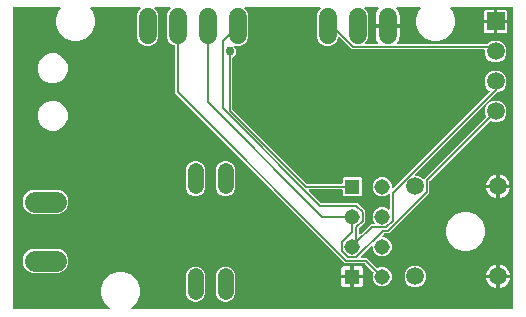
<source format=gbr>
G04 EAGLE Gerber RS-274X export*
G75*
%MOMM*%
%FSLAX34Y34*%
%LPD*%
%INBottom Copper*%
%IPPOS*%
%AMOC8*
5,1,8,0,0,1.08239X$1,22.5*%
G01*
%ADD10R,1.308000X1.308000*%
%ADD11C,1.308000*%
%ADD12C,1.524000*%
%ADD13C,1.320800*%
%ADD14R,1.508000X1.508000*%
%ADD15C,1.508000*%
%ADD16C,1.790700*%
%ADD17C,0.756400*%
%ADD18C,0.152400*%

G36*
X91722Y10172D02*
X91722Y10172D01*
X91794Y10174D01*
X91843Y10192D01*
X91895Y10200D01*
X91958Y10234D01*
X92025Y10259D01*
X92066Y10291D01*
X92112Y10316D01*
X92161Y10368D01*
X92217Y10412D01*
X92245Y10456D01*
X92281Y10494D01*
X92311Y10559D01*
X92350Y10619D01*
X92363Y10670D01*
X92385Y10717D01*
X92393Y10788D01*
X92410Y10858D01*
X92406Y10910D01*
X92412Y10961D01*
X92397Y11032D01*
X92391Y11103D01*
X92371Y11151D01*
X92360Y11202D01*
X92323Y11263D01*
X92295Y11329D01*
X92250Y11385D01*
X92234Y11413D01*
X92216Y11428D01*
X92190Y11460D01*
X87603Y16047D01*
X85089Y22116D01*
X85089Y28684D01*
X87603Y34753D01*
X92247Y39397D01*
X98316Y41911D01*
X104884Y41911D01*
X110953Y39397D01*
X115597Y34753D01*
X118111Y28684D01*
X118111Y22116D01*
X115597Y16047D01*
X111010Y11460D01*
X110968Y11402D01*
X110919Y11350D01*
X110897Y11303D01*
X110866Y11261D01*
X110845Y11192D01*
X110815Y11127D01*
X110809Y11075D01*
X110794Y11025D01*
X110796Y10954D01*
X110788Y10883D01*
X110799Y10832D01*
X110800Y10780D01*
X110825Y10712D01*
X110840Y10642D01*
X110867Y10597D01*
X110885Y10549D01*
X110930Y10493D01*
X110966Y10431D01*
X111006Y10397D01*
X111039Y10357D01*
X111099Y10318D01*
X111153Y10271D01*
X111202Y10252D01*
X111245Y10224D01*
X111315Y10206D01*
X111382Y10179D01*
X111453Y10171D01*
X111484Y10163D01*
X111507Y10165D01*
X111548Y10161D01*
X433378Y10161D01*
X433398Y10164D01*
X433417Y10162D01*
X433519Y10184D01*
X433621Y10200D01*
X433638Y10210D01*
X433658Y10214D01*
X433747Y10267D01*
X433838Y10316D01*
X433852Y10330D01*
X433869Y10340D01*
X433936Y10419D01*
X434008Y10494D01*
X434016Y10512D01*
X434029Y10527D01*
X434068Y10623D01*
X434111Y10717D01*
X434113Y10737D01*
X434121Y10755D01*
X434139Y10922D01*
X434139Y265178D01*
X434136Y265198D01*
X434138Y265217D01*
X434116Y265319D01*
X434100Y265421D01*
X434090Y265438D01*
X434086Y265458D01*
X434033Y265547D01*
X433984Y265638D01*
X433970Y265652D01*
X433960Y265669D01*
X433881Y265736D01*
X433806Y265808D01*
X433788Y265816D01*
X433773Y265829D01*
X433677Y265868D01*
X433583Y265911D01*
X433563Y265913D01*
X433545Y265921D01*
X433378Y265939D01*
X381548Y265939D01*
X381478Y265928D01*
X381406Y265926D01*
X381357Y265908D01*
X381305Y265900D01*
X381242Y265866D01*
X381175Y265841D01*
X381134Y265809D01*
X381088Y265784D01*
X381039Y265732D01*
X380983Y265688D01*
X380955Y265644D01*
X380919Y265606D01*
X380889Y265541D01*
X380850Y265481D01*
X380837Y265430D01*
X380815Y265383D01*
X380807Y265312D01*
X380790Y265242D01*
X380794Y265190D01*
X380788Y265139D01*
X380803Y265068D01*
X380809Y264997D01*
X380829Y264949D01*
X380840Y264898D01*
X380877Y264837D01*
X380905Y264771D01*
X380950Y264715D01*
X380966Y264687D01*
X380984Y264672D01*
X381010Y264640D01*
X382297Y263353D01*
X384811Y257284D01*
X384811Y250716D01*
X382297Y244647D01*
X377653Y240003D01*
X371584Y237489D01*
X365016Y237489D01*
X358947Y240003D01*
X354303Y244647D01*
X351789Y250716D01*
X351789Y257284D01*
X354303Y263353D01*
X355590Y264640D01*
X355632Y264698D01*
X355681Y264750D01*
X355703Y264797D01*
X355734Y264839D01*
X355755Y264908D01*
X355785Y264973D01*
X355791Y265025D01*
X355806Y265075D01*
X355804Y265146D01*
X355812Y265217D01*
X355801Y265268D01*
X355800Y265320D01*
X355775Y265388D01*
X355760Y265458D01*
X355733Y265503D01*
X355715Y265551D01*
X355670Y265607D01*
X355634Y265669D01*
X355594Y265703D01*
X355561Y265743D01*
X355501Y265782D01*
X355447Y265829D01*
X355398Y265848D01*
X355355Y265876D01*
X355285Y265894D01*
X355218Y265921D01*
X355147Y265929D01*
X355116Y265937D01*
X355093Y265935D01*
X355052Y265939D01*
X335738Y265939D01*
X335667Y265928D01*
X335596Y265926D01*
X335547Y265908D01*
X335495Y265900D01*
X335432Y265866D01*
X335365Y265841D01*
X335324Y265809D01*
X335278Y265784D01*
X335229Y265733D01*
X335172Y265688D01*
X335144Y265644D01*
X335108Y265606D01*
X335078Y265541D01*
X335040Y265481D01*
X335027Y265430D01*
X335005Y265383D01*
X334997Y265312D01*
X334979Y265242D01*
X334984Y265190D01*
X334978Y265139D01*
X334993Y265068D01*
X334999Y264997D01*
X335019Y264949D01*
X335030Y264898D01*
X335067Y264837D01*
X335095Y264771D01*
X335140Y264715D01*
X335156Y264687D01*
X335174Y264672D01*
X335200Y264640D01*
X335410Y264429D01*
X336350Y263135D01*
X337076Y261710D01*
X337571Y260189D01*
X337821Y258610D01*
X337821Y251713D01*
X328422Y251713D01*
X328402Y251710D01*
X328383Y251712D01*
X328281Y251690D01*
X328179Y251673D01*
X328162Y251664D01*
X328142Y251660D01*
X328053Y251607D01*
X327962Y251558D01*
X327948Y251544D01*
X327931Y251534D01*
X327864Y251455D01*
X327793Y251380D01*
X327784Y251362D01*
X327771Y251347D01*
X327733Y251251D01*
X327689Y251157D01*
X327687Y251137D01*
X327679Y251119D01*
X327661Y250952D01*
X327661Y249428D01*
X327664Y249408D01*
X327662Y249389D01*
X327684Y249287D01*
X327701Y249185D01*
X327710Y249168D01*
X327714Y249148D01*
X327767Y249059D01*
X327816Y248968D01*
X327830Y248954D01*
X327840Y248937D01*
X327919Y248870D01*
X327994Y248799D01*
X328012Y248790D01*
X328027Y248777D01*
X328123Y248738D01*
X328217Y248695D01*
X328237Y248693D01*
X328255Y248685D01*
X328422Y248667D01*
X337821Y248667D01*
X337821Y241770D01*
X337571Y240191D01*
X337076Y238670D01*
X336350Y237245D01*
X335562Y236159D01*
X335556Y236149D01*
X335548Y236140D01*
X335501Y236040D01*
X335451Y235940D01*
X335450Y235928D01*
X335445Y235917D01*
X335432Y235807D01*
X335417Y235696D01*
X335419Y235684D01*
X335417Y235673D01*
X335441Y235564D01*
X335461Y235454D01*
X335467Y235444D01*
X335470Y235432D01*
X335527Y235337D01*
X335581Y235239D01*
X335590Y235231D01*
X335596Y235221D01*
X335680Y235149D01*
X335763Y235074D01*
X335774Y235069D01*
X335783Y235061D01*
X335887Y235019D01*
X335988Y234975D01*
X336000Y234974D01*
X336011Y234969D01*
X336178Y234951D01*
X412316Y234951D01*
X412406Y234965D01*
X412497Y234973D01*
X412527Y234985D01*
X412559Y234990D01*
X412639Y235033D01*
X412723Y235069D01*
X412755Y235095D01*
X412776Y235106D01*
X412798Y235129D01*
X412854Y235174D01*
X413965Y236285D01*
X417297Y237665D01*
X420903Y237665D01*
X424235Y236285D01*
X426785Y233735D01*
X428165Y230403D01*
X428165Y226797D01*
X426785Y223465D01*
X424235Y220915D01*
X420903Y219535D01*
X417297Y219535D01*
X413965Y220915D01*
X411415Y223465D01*
X410035Y226797D01*
X410035Y229616D01*
X410032Y229636D01*
X410034Y229655D01*
X410012Y229757D01*
X409996Y229859D01*
X409986Y229876D01*
X409982Y229896D01*
X409929Y229985D01*
X409880Y230076D01*
X409866Y230090D01*
X409856Y230107D01*
X409777Y230174D01*
X409702Y230246D01*
X409684Y230254D01*
X409669Y230267D01*
X409573Y230306D01*
X409479Y230349D01*
X409459Y230351D01*
X409441Y230359D01*
X409274Y230377D01*
X297210Y230377D01*
X287054Y240533D01*
X287016Y240560D01*
X286985Y240594D01*
X286917Y240631D01*
X286854Y240677D01*
X286810Y240690D01*
X286770Y240712D01*
X286693Y240726D01*
X286619Y240749D01*
X286573Y240748D01*
X286528Y240756D01*
X286451Y240745D01*
X286373Y240743D01*
X286330Y240727D01*
X286285Y240720D01*
X286215Y240685D01*
X286142Y240658D01*
X286106Y240629D01*
X286065Y240609D01*
X286011Y240553D01*
X285950Y240504D01*
X285925Y240466D01*
X285893Y240433D01*
X285827Y240313D01*
X285817Y240298D01*
X285816Y240293D01*
X285812Y240286D01*
X284613Y237390D01*
X282040Y234817D01*
X278679Y233425D01*
X275041Y233425D01*
X271680Y234817D01*
X269107Y237390D01*
X267715Y240751D01*
X267715Y259629D01*
X269107Y262990D01*
X270757Y264640D01*
X270799Y264698D01*
X270848Y264750D01*
X270870Y264797D01*
X270901Y264839D01*
X270922Y264908D01*
X270952Y264973D01*
X270958Y265025D01*
X270973Y265075D01*
X270971Y265146D01*
X270979Y265217D01*
X270968Y265268D01*
X270967Y265320D01*
X270942Y265388D01*
X270927Y265458D01*
X270900Y265503D01*
X270882Y265551D01*
X270837Y265607D01*
X270801Y265669D01*
X270761Y265703D01*
X270729Y265743D01*
X270668Y265782D01*
X270614Y265829D01*
X270565Y265848D01*
X270522Y265876D01*
X270452Y265894D01*
X270386Y265921D01*
X270314Y265929D01*
X270283Y265937D01*
X270260Y265935D01*
X270219Y265939D01*
X207301Y265939D01*
X207230Y265928D01*
X207159Y265926D01*
X207110Y265908D01*
X207058Y265900D01*
X206995Y265866D01*
X206928Y265841D01*
X206887Y265809D01*
X206841Y265784D01*
X206792Y265732D01*
X206736Y265688D01*
X206707Y265644D01*
X206672Y265606D01*
X206641Y265541D01*
X206603Y265481D01*
X206590Y265430D01*
X206568Y265383D01*
X206560Y265312D01*
X206543Y265242D01*
X206547Y265190D01*
X206541Y265139D01*
X206556Y265068D01*
X206562Y264997D01*
X206582Y264949D01*
X206593Y264898D01*
X206630Y264837D01*
X206658Y264771D01*
X206703Y264715D01*
X206719Y264687D01*
X206737Y264672D01*
X206763Y264640D01*
X208413Y262990D01*
X209805Y259629D01*
X209805Y240751D01*
X208413Y237390D01*
X205840Y234817D01*
X202479Y233425D01*
X198841Y233425D01*
X198735Y233469D01*
X198640Y233491D01*
X198547Y233520D01*
X198521Y233519D01*
X198495Y233525D01*
X198399Y233516D01*
X198301Y233514D01*
X198276Y233505D01*
X198250Y233502D01*
X198161Y233463D01*
X198070Y233429D01*
X198050Y233413D01*
X198026Y233402D01*
X197954Y233336D01*
X197878Y233276D01*
X197864Y233254D01*
X197845Y233236D01*
X197798Y233151D01*
X197745Y233069D01*
X197739Y233043D01*
X197726Y233020D01*
X197709Y232924D01*
X197685Y232830D01*
X197687Y232804D01*
X197682Y232778D01*
X197696Y232682D01*
X197704Y232585D01*
X197714Y232561D01*
X197718Y232535D01*
X197762Y232448D01*
X197800Y232359D01*
X197821Y232333D01*
X197830Y232316D01*
X197853Y232293D01*
X197905Y232228D01*
X199335Y230798D01*
X199335Y226402D01*
X196538Y223605D01*
X196485Y223531D01*
X196425Y223461D01*
X196413Y223431D01*
X196394Y223405D01*
X196367Y223318D01*
X196333Y223233D01*
X196329Y223192D01*
X196322Y223170D01*
X196323Y223138D01*
X196315Y223067D01*
X196315Y179845D01*
X196329Y179755D01*
X196337Y179664D01*
X196349Y179634D01*
X196354Y179602D01*
X196397Y179522D01*
X196433Y179438D01*
X196459Y179406D01*
X196470Y179385D01*
X196493Y179363D01*
X196538Y179307D01*
X259185Y116660D01*
X259259Y116607D01*
X259328Y116547D01*
X259358Y116535D01*
X259385Y116516D01*
X259471Y116489D01*
X259556Y116455D01*
X259597Y116451D01*
X259620Y116444D01*
X259652Y116445D01*
X259723Y116437D01*
X288849Y116437D01*
X288869Y116440D01*
X288888Y116438D01*
X288990Y116460D01*
X289092Y116476D01*
X289109Y116486D01*
X289129Y116490D01*
X289218Y116543D01*
X289309Y116592D01*
X289323Y116606D01*
X289340Y116616D01*
X289407Y116695D01*
X289479Y116770D01*
X289487Y116788D01*
X289500Y116803D01*
X289539Y116899D01*
X289582Y116993D01*
X289584Y117013D01*
X289592Y117031D01*
X289610Y117198D01*
X289610Y121322D01*
X290503Y122215D01*
X304847Y122215D01*
X305740Y121322D01*
X305740Y106978D01*
X304847Y106085D01*
X290503Y106085D01*
X289610Y106978D01*
X289610Y111102D01*
X289607Y111122D01*
X289609Y111141D01*
X289587Y111243D01*
X289571Y111345D01*
X289561Y111362D01*
X289557Y111382D01*
X289504Y111471D01*
X289455Y111562D01*
X289441Y111576D01*
X289431Y111593D01*
X289352Y111660D01*
X289277Y111732D01*
X289259Y111740D01*
X289244Y111753D01*
X289148Y111792D01*
X289054Y111835D01*
X289034Y111837D01*
X289016Y111845D01*
X288849Y111863D01*
X261508Y111863D01*
X261438Y111852D01*
X261366Y111850D01*
X261317Y111832D01*
X261266Y111824D01*
X261202Y111790D01*
X261135Y111765D01*
X261094Y111733D01*
X261048Y111708D01*
X260999Y111656D01*
X260943Y111612D01*
X260915Y111568D01*
X260879Y111530D01*
X260849Y111465D01*
X260810Y111405D01*
X260797Y111354D01*
X260775Y111307D01*
X260767Y111236D01*
X260750Y111166D01*
X260754Y111114D01*
X260748Y111063D01*
X260763Y110992D01*
X260769Y110921D01*
X260789Y110873D01*
X260800Y110822D01*
X260837Y110761D01*
X260865Y110695D01*
X260910Y110639D01*
X260927Y110611D01*
X260944Y110596D01*
X260970Y110564D01*
X271448Y100086D01*
X271522Y100033D01*
X271592Y99973D01*
X271622Y99961D01*
X271648Y99942D01*
X271735Y99915D01*
X271820Y99881D01*
X271861Y99877D01*
X271883Y99870D01*
X271915Y99871D01*
X271987Y99863D01*
X302278Y99863D01*
X308788Y93353D01*
X308788Y84147D01*
X303822Y79181D01*
X303776Y79117D01*
X303761Y79101D01*
X303758Y79094D01*
X303710Y79038D01*
X303697Y79008D01*
X303679Y78982D01*
X303652Y78895D01*
X303618Y78810D01*
X303613Y78769D01*
X303606Y78747D01*
X303607Y78714D01*
X303599Y78643D01*
X303599Y74346D01*
X303611Y74275D01*
X303613Y74204D01*
X303631Y74155D01*
X303639Y74103D01*
X303673Y74040D01*
X303697Y73973D01*
X303730Y73932D01*
X303754Y73886D01*
X303806Y73836D01*
X303851Y73780D01*
X303895Y73752D01*
X303932Y73716D01*
X303997Y73686D01*
X304058Y73647D01*
X304108Y73635D01*
X304155Y73613D01*
X304227Y73605D01*
X304296Y73587D01*
X304348Y73591D01*
X304400Y73586D01*
X304470Y73601D01*
X304541Y73607D01*
X304589Y73627D01*
X304640Y73638D01*
X304702Y73675D01*
X304768Y73703D01*
X304824Y73748D01*
X304851Y73764D01*
X304867Y73782D01*
X304899Y73808D01*
X311739Y80648D01*
X313302Y82211D01*
X316371Y82211D01*
X316442Y82222D01*
X316514Y82224D01*
X316563Y82242D01*
X316614Y82250D01*
X316677Y82284D01*
X316745Y82309D01*
X316785Y82341D01*
X316831Y82366D01*
X316881Y82418D01*
X316937Y82462D01*
X316965Y82506D01*
X317001Y82544D01*
X317031Y82609D01*
X317070Y82669D01*
X317082Y82720D01*
X317104Y82767D01*
X317112Y82838D01*
X317130Y82908D01*
X317126Y82960D01*
X317131Y83011D01*
X317116Y83082D01*
X317111Y83153D01*
X317090Y83201D01*
X317079Y83252D01*
X317042Y83313D01*
X317014Y83379D01*
X316970Y83435D01*
X316953Y83463D01*
X316935Y83478D01*
X316910Y83510D01*
X316238Y84182D01*
X315010Y87146D01*
X315010Y90354D01*
X316238Y93318D01*
X318507Y95587D01*
X321471Y96815D01*
X324679Y96815D01*
X327643Y95587D01*
X328315Y94915D01*
X328373Y94874D01*
X328425Y94824D01*
X328472Y94802D01*
X328514Y94772D01*
X328583Y94751D01*
X328648Y94721D01*
X328700Y94715D01*
X328750Y94700D01*
X328821Y94701D01*
X328892Y94694D01*
X328943Y94705D01*
X328995Y94706D01*
X329063Y94731D01*
X329133Y94746D01*
X329178Y94773D01*
X329226Y94790D01*
X329282Y94835D01*
X329344Y94872D01*
X329378Y94912D01*
X329418Y94944D01*
X329457Y95004D01*
X329504Y95059D01*
X329523Y95107D01*
X329551Y95151D01*
X329569Y95221D01*
X329596Y95287D01*
X329604Y95358D01*
X329612Y95390D01*
X329610Y95413D01*
X329614Y95454D01*
X329614Y107446D01*
X329603Y107517D01*
X329601Y107589D01*
X329583Y107638D01*
X329575Y107689D01*
X329541Y107752D01*
X329516Y107820D01*
X329484Y107860D01*
X329459Y107906D01*
X329407Y107956D01*
X329363Y108012D01*
X329319Y108040D01*
X329281Y108076D01*
X329216Y108106D01*
X329156Y108145D01*
X329105Y108157D01*
X329058Y108179D01*
X328987Y108187D01*
X328917Y108205D01*
X328865Y108201D01*
X328814Y108206D01*
X328743Y108191D01*
X328672Y108186D01*
X328624Y108165D01*
X328573Y108154D01*
X328512Y108117D01*
X328446Y108089D01*
X328390Y108045D01*
X328362Y108028D01*
X328347Y108010D01*
X328315Y107985D01*
X327643Y107313D01*
X324679Y106085D01*
X321471Y106085D01*
X318507Y107313D01*
X316238Y109582D01*
X315010Y112546D01*
X315010Y115754D01*
X316238Y118718D01*
X318507Y120987D01*
X321471Y122215D01*
X324679Y122215D01*
X327643Y120987D01*
X329912Y118718D01*
X331140Y115754D01*
X331140Y113408D01*
X331151Y113337D01*
X331153Y113265D01*
X331171Y113216D01*
X331179Y113165D01*
X331213Y113101D01*
X331238Y113034D01*
X331270Y112993D01*
X331295Y112947D01*
X331347Y112898D01*
X331391Y112842D01*
X331435Y112814D01*
X331473Y112778D01*
X331538Y112748D01*
X331598Y112709D01*
X331649Y112696D01*
X331696Y112674D01*
X331767Y112666D01*
X331837Y112649D01*
X331889Y112653D01*
X331940Y112647D01*
X332011Y112663D01*
X332082Y112668D01*
X332130Y112688D01*
X332181Y112700D01*
X332242Y112736D01*
X332308Y112764D01*
X332364Y112809D01*
X332392Y112826D01*
X332407Y112844D01*
X332439Y112869D01*
X413987Y194417D01*
X413999Y194433D01*
X414014Y194446D01*
X414070Y194533D01*
X414131Y194617D01*
X414136Y194636D01*
X414147Y194653D01*
X414172Y194753D01*
X414203Y194852D01*
X414202Y194872D01*
X414207Y194891D01*
X414199Y194994D01*
X414197Y195098D01*
X414190Y195116D01*
X414188Y195136D01*
X414148Y195231D01*
X414112Y195329D01*
X414100Y195344D01*
X414092Y195363D01*
X413987Y195494D01*
X411415Y198065D01*
X410035Y201397D01*
X410035Y205003D01*
X411415Y208335D01*
X413965Y210885D01*
X417297Y212265D01*
X420903Y212265D01*
X424235Y210885D01*
X426785Y208335D01*
X428165Y205003D01*
X428165Y201397D01*
X426785Y198065D01*
X424235Y195515D01*
X420903Y194135D01*
X420488Y194135D01*
X420398Y194121D01*
X420307Y194113D01*
X420278Y194101D01*
X420246Y194096D01*
X420165Y194053D01*
X420081Y194017D01*
X420049Y193991D01*
X420028Y193980D01*
X420006Y193957D01*
X419950Y193912D01*
X350702Y124664D01*
X350660Y124606D01*
X350611Y124554D01*
X350589Y124507D01*
X350559Y124465D01*
X350538Y124396D01*
X350507Y124331D01*
X350502Y124279D01*
X350486Y124229D01*
X350488Y124158D01*
X350480Y124087D01*
X350491Y124036D01*
X350493Y123984D01*
X350517Y123916D01*
X350532Y123846D01*
X350559Y123801D01*
X350577Y123753D01*
X350622Y123697D01*
X350659Y123635D01*
X350698Y123601D01*
X350731Y123561D01*
X350791Y123522D01*
X350846Y123475D01*
X350894Y123456D01*
X350938Y123428D01*
X351007Y123410D01*
X351074Y123383D01*
X351145Y123375D01*
X351176Y123367D01*
X351199Y123369D01*
X351240Y123365D01*
X352803Y123365D01*
X356135Y121985D01*
X357554Y120565D01*
X357571Y120553D01*
X357583Y120538D01*
X357670Y120482D01*
X357754Y120421D01*
X357773Y120416D01*
X357790Y120405D01*
X357890Y120380D01*
X357989Y120349D01*
X358009Y120350D01*
X358029Y120345D01*
X358132Y120353D01*
X358235Y120355D01*
X358254Y120362D01*
X358274Y120364D01*
X358369Y120404D01*
X358466Y120440D01*
X358482Y120452D01*
X358500Y120460D01*
X358631Y120565D01*
X360102Y122036D01*
X410855Y172789D01*
X410923Y172883D01*
X410993Y172978D01*
X410995Y172984D01*
X410999Y172989D01*
X411033Y173100D01*
X411069Y173212D01*
X411069Y173218D01*
X411071Y173224D01*
X411068Y173341D01*
X411067Y173458D01*
X411065Y173465D01*
X411065Y173470D01*
X411058Y173487D01*
X411020Y173619D01*
X410035Y175997D01*
X410035Y179603D01*
X411415Y182935D01*
X413965Y185485D01*
X417297Y186865D01*
X420903Y186865D01*
X424235Y185485D01*
X426785Y182935D01*
X428165Y179603D01*
X428165Y175997D01*
X426785Y172665D01*
X424235Y170115D01*
X420903Y168735D01*
X417297Y168735D01*
X414919Y169720D01*
X414805Y169747D01*
X414692Y169776D01*
X414685Y169775D01*
X414679Y169776D01*
X414563Y169765D01*
X414446Y169756D01*
X414441Y169754D01*
X414434Y169753D01*
X414327Y169706D01*
X414220Y169660D01*
X414214Y169655D01*
X414210Y169653D01*
X414196Y169641D01*
X414089Y169555D01*
X363336Y118802D01*
X363283Y118728D01*
X363270Y118714D01*
X363244Y118686D01*
X363241Y118680D01*
X363223Y118658D01*
X363211Y118628D01*
X363192Y118602D01*
X363166Y118518D01*
X363141Y118463D01*
X363139Y118451D01*
X363131Y118430D01*
X363127Y118389D01*
X363120Y118367D01*
X363121Y118335D01*
X363113Y118263D01*
X363113Y108761D01*
X328941Y74589D01*
X324945Y74589D01*
X324855Y74575D01*
X324764Y74567D01*
X324735Y74555D01*
X324703Y74550D01*
X324622Y74507D01*
X324538Y74471D01*
X324506Y74445D01*
X324485Y74434D01*
X324463Y74411D01*
X324407Y74366D01*
X322755Y72714D01*
X322713Y72656D01*
X322664Y72604D01*
X322642Y72557D01*
X322612Y72515D01*
X322590Y72446D01*
X322560Y72381D01*
X322554Y72329D01*
X322539Y72279D01*
X322541Y72208D01*
X322533Y72137D01*
X322544Y72086D01*
X322546Y72034D01*
X322570Y71966D01*
X322585Y71896D01*
X322612Y71851D01*
X322630Y71803D01*
X322675Y71747D01*
X322712Y71685D01*
X322751Y71651D01*
X322784Y71611D01*
X322844Y71572D01*
X322898Y71525D01*
X322947Y71506D01*
X322991Y71478D01*
X323060Y71460D01*
X323127Y71433D01*
X323198Y71425D01*
X323229Y71417D01*
X323252Y71419D01*
X323293Y71415D01*
X324679Y71415D01*
X327643Y70187D01*
X329912Y67918D01*
X331140Y64954D01*
X331140Y61746D01*
X329912Y58782D01*
X327643Y56513D01*
X324679Y55285D01*
X321471Y55285D01*
X318507Y56513D01*
X316238Y58782D01*
X315010Y61746D01*
X315010Y63132D01*
X314999Y63202D01*
X314997Y63274D01*
X314979Y63323D01*
X314971Y63374D01*
X314937Y63438D01*
X314912Y63505D01*
X314880Y63546D01*
X314855Y63592D01*
X314804Y63641D01*
X314759Y63697D01*
X314715Y63725D01*
X314677Y63761D01*
X314612Y63791D01*
X314552Y63830D01*
X314501Y63843D01*
X314454Y63865D01*
X314383Y63873D01*
X314313Y63890D01*
X314261Y63886D01*
X314210Y63892D01*
X314139Y63877D01*
X314068Y63871D01*
X314020Y63851D01*
X313969Y63840D01*
X313908Y63803D01*
X313842Y63775D01*
X313786Y63730D01*
X313758Y63713D01*
X313743Y63696D01*
X313711Y63670D01*
X305103Y55062D01*
X305061Y55004D01*
X305012Y54952D01*
X304990Y54905D01*
X304960Y54863D01*
X304938Y54794D01*
X304908Y54729D01*
X304902Y54677D01*
X304887Y54627D01*
X304889Y54556D01*
X304881Y54485D01*
X304892Y54434D01*
X304894Y54382D01*
X304918Y54314D01*
X304933Y54244D01*
X304960Y54200D01*
X304978Y54151D01*
X305023Y54095D01*
X305060Y54033D01*
X305099Y53999D01*
X305132Y53959D01*
X305192Y53920D01*
X305246Y53873D01*
X305295Y53854D01*
X305339Y53826D01*
X305408Y53808D01*
X305475Y53781D01*
X305546Y53773D01*
X305577Y53765D01*
X305600Y53767D01*
X305641Y53763D01*
X310496Y53763D01*
X312059Y52200D01*
X318830Y45429D01*
X318925Y45361D01*
X319018Y45291D01*
X319024Y45289D01*
X319029Y45286D01*
X319141Y45251D01*
X319252Y45215D01*
X319258Y45215D01*
X319264Y45213D01*
X319381Y45216D01*
X319498Y45218D01*
X319505Y45220D01*
X319510Y45220D01*
X319528Y45226D01*
X319659Y45264D01*
X321471Y46015D01*
X324679Y46015D01*
X327643Y44787D01*
X329912Y42518D01*
X331140Y39554D01*
X331140Y36346D01*
X329912Y33382D01*
X327643Y31113D01*
X324679Y29885D01*
X321471Y29885D01*
X318507Y31113D01*
X316238Y33382D01*
X315010Y36346D01*
X315010Y39554D01*
X315761Y41366D01*
X315787Y41480D01*
X315816Y41593D01*
X315815Y41599D01*
X315817Y41605D01*
X315806Y41722D01*
X315797Y41838D01*
X315794Y41844D01*
X315794Y41850D01*
X315746Y41958D01*
X315700Y42064D01*
X315696Y42070D01*
X315694Y42075D01*
X315681Y42089D01*
X315596Y42195D01*
X308825Y48966D01*
X308751Y49019D01*
X308681Y49079D01*
X308651Y49091D01*
X308625Y49110D01*
X308538Y49137D01*
X308453Y49171D01*
X308412Y49175D01*
X308390Y49182D01*
X308358Y49181D01*
X308286Y49189D01*
X291809Y49189D01*
X147573Y193425D01*
X147573Y233110D01*
X147554Y233225D01*
X147537Y233341D01*
X147535Y233347D01*
X147534Y233353D01*
X147479Y233456D01*
X147426Y233561D01*
X147421Y233565D01*
X147418Y233570D01*
X147334Y233650D01*
X147250Y233733D01*
X147244Y233736D01*
X147240Y233740D01*
X147223Y233748D01*
X147103Y233814D01*
X144680Y234817D01*
X142107Y237390D01*
X140715Y240751D01*
X140715Y259629D01*
X142107Y262990D01*
X143757Y264640D01*
X143799Y264698D01*
X143848Y264750D01*
X143870Y264797D01*
X143901Y264839D01*
X143922Y264908D01*
X143952Y264973D01*
X143958Y265025D01*
X143973Y265075D01*
X143971Y265146D01*
X143979Y265217D01*
X143968Y265268D01*
X143967Y265320D01*
X143942Y265388D01*
X143927Y265458D01*
X143900Y265503D01*
X143882Y265551D01*
X143837Y265607D01*
X143801Y265669D01*
X143761Y265703D01*
X143729Y265743D01*
X143668Y265782D01*
X143614Y265829D01*
X143565Y265848D01*
X143522Y265876D01*
X143452Y265894D01*
X143386Y265921D01*
X143314Y265929D01*
X143283Y265937D01*
X143260Y265935D01*
X143219Y265939D01*
X131101Y265939D01*
X131030Y265928D01*
X130959Y265926D01*
X130910Y265908D01*
X130858Y265900D01*
X130795Y265866D01*
X130728Y265841D01*
X130687Y265809D01*
X130641Y265784D01*
X130592Y265732D01*
X130536Y265688D01*
X130507Y265644D01*
X130472Y265606D01*
X130441Y265541D01*
X130403Y265481D01*
X130390Y265430D01*
X130368Y265383D01*
X130360Y265312D01*
X130343Y265242D01*
X130347Y265190D01*
X130341Y265139D01*
X130356Y265068D01*
X130362Y264997D01*
X130382Y264949D01*
X130393Y264898D01*
X130430Y264837D01*
X130458Y264771D01*
X130503Y264715D01*
X130519Y264687D01*
X130537Y264672D01*
X130563Y264640D01*
X132213Y262990D01*
X133605Y259629D01*
X133605Y240751D01*
X132213Y237390D01*
X129640Y234817D01*
X126279Y233425D01*
X122641Y233425D01*
X119280Y234817D01*
X116707Y237390D01*
X115315Y240751D01*
X115315Y259629D01*
X116707Y262990D01*
X118357Y264640D01*
X118399Y264698D01*
X118448Y264750D01*
X118470Y264797D01*
X118501Y264839D01*
X118522Y264908D01*
X118552Y264973D01*
X118558Y265025D01*
X118573Y265075D01*
X118571Y265146D01*
X118579Y265217D01*
X118568Y265268D01*
X118567Y265320D01*
X118542Y265388D01*
X118527Y265458D01*
X118500Y265503D01*
X118482Y265551D01*
X118437Y265607D01*
X118401Y265669D01*
X118361Y265703D01*
X118329Y265743D01*
X118268Y265782D01*
X118214Y265829D01*
X118165Y265848D01*
X118122Y265876D01*
X118052Y265894D01*
X117986Y265921D01*
X117914Y265929D01*
X117883Y265937D01*
X117860Y265935D01*
X117819Y265939D01*
X76748Y265939D01*
X76678Y265928D01*
X76606Y265926D01*
X76557Y265908D01*
X76505Y265900D01*
X76442Y265866D01*
X76375Y265841D01*
X76334Y265809D01*
X76288Y265784D01*
X76239Y265732D01*
X76183Y265688D01*
X76155Y265644D01*
X76119Y265606D01*
X76089Y265541D01*
X76050Y265481D01*
X76037Y265430D01*
X76015Y265383D01*
X76007Y265312D01*
X75990Y265242D01*
X75994Y265190D01*
X75988Y265139D01*
X76003Y265068D01*
X76009Y264997D01*
X76029Y264949D01*
X76040Y264898D01*
X76077Y264837D01*
X76105Y264771D01*
X76150Y264715D01*
X76166Y264687D01*
X76184Y264672D01*
X76210Y264640D01*
X77497Y263353D01*
X80011Y257284D01*
X80011Y250716D01*
X77497Y244647D01*
X72853Y240003D01*
X66784Y237489D01*
X60216Y237489D01*
X54147Y240003D01*
X49503Y244647D01*
X46989Y250716D01*
X46989Y257284D01*
X49503Y263353D01*
X50790Y264640D01*
X50832Y264698D01*
X50881Y264750D01*
X50903Y264797D01*
X50934Y264839D01*
X50955Y264908D01*
X50985Y264973D01*
X50991Y265025D01*
X51006Y265075D01*
X51004Y265146D01*
X51012Y265217D01*
X51001Y265268D01*
X51000Y265320D01*
X50975Y265388D01*
X50960Y265458D01*
X50933Y265503D01*
X50915Y265551D01*
X50870Y265607D01*
X50834Y265669D01*
X50794Y265703D01*
X50761Y265743D01*
X50701Y265782D01*
X50647Y265829D01*
X50598Y265848D01*
X50555Y265876D01*
X50485Y265894D01*
X50418Y265921D01*
X50347Y265929D01*
X50316Y265937D01*
X50293Y265935D01*
X50252Y265939D01*
X10922Y265939D01*
X10902Y265936D01*
X10883Y265938D01*
X10781Y265916D01*
X10679Y265900D01*
X10662Y265890D01*
X10642Y265886D01*
X10553Y265833D01*
X10462Y265784D01*
X10448Y265770D01*
X10431Y265760D01*
X10364Y265681D01*
X10292Y265606D01*
X10284Y265588D01*
X10271Y265573D01*
X10232Y265477D01*
X10189Y265383D01*
X10187Y265363D01*
X10179Y265345D01*
X10161Y265178D01*
X10161Y10922D01*
X10164Y10902D01*
X10162Y10883D01*
X10184Y10781D01*
X10200Y10679D01*
X10210Y10662D01*
X10214Y10642D01*
X10267Y10553D01*
X10316Y10462D01*
X10330Y10448D01*
X10340Y10431D01*
X10419Y10364D01*
X10494Y10292D01*
X10512Y10284D01*
X10527Y10271D01*
X10623Y10232D01*
X10717Y10189D01*
X10737Y10187D01*
X10755Y10179D01*
X10922Y10161D01*
X91652Y10161D01*
X91722Y10172D01*
G37*
%LPC*%
G36*
X390416Y59689D02*
X390416Y59689D01*
X384347Y62203D01*
X379703Y66847D01*
X377189Y72916D01*
X377189Y79484D01*
X379703Y85553D01*
X384347Y90197D01*
X390416Y92711D01*
X396984Y92711D01*
X403053Y90197D01*
X407697Y85553D01*
X410211Y79484D01*
X410211Y72916D01*
X407697Y66847D01*
X403053Y62203D01*
X396984Y59689D01*
X390416Y59689D01*
G37*
%LPD*%
%LPC*%
G36*
X27062Y90722D02*
X27062Y90722D01*
X23211Y92317D01*
X20263Y95265D01*
X18668Y99116D01*
X18668Y103284D01*
X20263Y107135D01*
X23211Y110083D01*
X27062Y111678D01*
X49138Y111678D01*
X52989Y110083D01*
X55937Y107135D01*
X57532Y103284D01*
X57532Y99116D01*
X55937Y95265D01*
X52989Y92317D01*
X49138Y90722D01*
X27062Y90722D01*
G37*
%LPD*%
%LPC*%
G36*
X27062Y40722D02*
X27062Y40722D01*
X23211Y42317D01*
X20263Y45265D01*
X18668Y49116D01*
X18668Y53284D01*
X20263Y57135D01*
X23211Y60083D01*
X27062Y61678D01*
X49138Y61678D01*
X52989Y60083D01*
X55937Y57135D01*
X57532Y53284D01*
X57532Y49116D01*
X55937Y45265D01*
X52989Y42317D01*
X49138Y40722D01*
X27062Y40722D01*
G37*
%LPD*%
%LPC*%
G36*
X41552Y201649D02*
X41552Y201649D01*
X36898Y203577D01*
X33337Y207138D01*
X31409Y211792D01*
X31409Y216828D01*
X33337Y221482D01*
X36898Y225043D01*
X41552Y226971D01*
X46588Y226971D01*
X51242Y225043D01*
X54803Y221482D01*
X56731Y216828D01*
X56731Y211792D01*
X54803Y207138D01*
X51242Y203577D01*
X46588Y201649D01*
X41552Y201649D01*
G37*
%LPD*%
%LPC*%
G36*
X41552Y161649D02*
X41552Y161649D01*
X36898Y163577D01*
X33337Y167138D01*
X31409Y171792D01*
X31409Y176828D01*
X33337Y181482D01*
X36898Y185043D01*
X41552Y186971D01*
X46588Y186971D01*
X51242Y185043D01*
X54803Y181482D01*
X56731Y176828D01*
X56731Y171792D01*
X54803Y167138D01*
X51242Y163577D01*
X46588Y161649D01*
X41552Y161649D01*
G37*
%LPD*%
%LPC*%
G36*
X188883Y16763D02*
X188883Y16763D01*
X185895Y18001D01*
X183609Y20287D01*
X182371Y23275D01*
X182371Y39717D01*
X183609Y42705D01*
X185895Y44991D01*
X188883Y46229D01*
X192117Y46229D01*
X195105Y44991D01*
X197391Y42705D01*
X198629Y39717D01*
X198629Y23275D01*
X197391Y20287D01*
X195105Y18001D01*
X192117Y16763D01*
X188883Y16763D01*
G37*
%LPD*%
%LPC*%
G36*
X163483Y16763D02*
X163483Y16763D01*
X160495Y18001D01*
X158209Y20287D01*
X156971Y23275D01*
X156971Y39717D01*
X158209Y42705D01*
X160495Y44991D01*
X163483Y46229D01*
X166717Y46229D01*
X169705Y44991D01*
X171991Y42705D01*
X173229Y39717D01*
X173229Y23275D01*
X171991Y20287D01*
X169705Y18001D01*
X166717Y16763D01*
X163483Y16763D01*
G37*
%LPD*%
%LPC*%
G36*
X163483Y106171D02*
X163483Y106171D01*
X160495Y107409D01*
X158209Y109695D01*
X156971Y112683D01*
X156971Y129125D01*
X158209Y132113D01*
X160495Y134399D01*
X163483Y135637D01*
X166717Y135637D01*
X169705Y134399D01*
X171991Y132113D01*
X173229Y129125D01*
X173229Y112683D01*
X171991Y109695D01*
X169705Y107409D01*
X166717Y106171D01*
X163483Y106171D01*
G37*
%LPD*%
%LPC*%
G36*
X188883Y106171D02*
X188883Y106171D01*
X185895Y107409D01*
X183609Y109695D01*
X182371Y112683D01*
X182371Y129125D01*
X183609Y132113D01*
X185895Y134399D01*
X188883Y135637D01*
X192117Y135637D01*
X195105Y134399D01*
X197391Y132113D01*
X198629Y129125D01*
X198629Y112683D01*
X197391Y109695D01*
X195105Y107409D01*
X192117Y106171D01*
X188883Y106171D01*
G37*
%LPD*%
%LPC*%
G36*
X349357Y29035D02*
X349357Y29035D01*
X346025Y30415D01*
X343475Y32965D01*
X342095Y36297D01*
X342095Y39903D01*
X343475Y43235D01*
X346025Y45785D01*
X349357Y47165D01*
X352963Y47165D01*
X356295Y45785D01*
X358845Y43235D01*
X360225Y39903D01*
X360225Y36297D01*
X358845Y32965D01*
X356295Y30415D01*
X352963Y29035D01*
X349357Y29035D01*
G37*
%LPD*%
G36*
X319154Y234953D02*
X319154Y234953D01*
X319166Y234951D01*
X319275Y234973D01*
X319385Y234990D01*
X319396Y234996D01*
X319407Y234998D01*
X319505Y235054D01*
X319602Y235106D01*
X319611Y235114D01*
X319621Y235120D01*
X319695Y235203D01*
X319772Y235284D01*
X319777Y235295D01*
X319785Y235304D01*
X319829Y235406D01*
X319875Y235507D01*
X319877Y235519D01*
X319881Y235530D01*
X319890Y235641D01*
X319903Y235751D01*
X319900Y235763D01*
X319901Y235775D01*
X319874Y235883D01*
X319850Y235992D01*
X319844Y236002D01*
X319841Y236014D01*
X319758Y236159D01*
X318970Y237245D01*
X318244Y238670D01*
X317749Y240191D01*
X317499Y241770D01*
X317499Y248667D01*
X326898Y248667D01*
X326918Y248670D01*
X326937Y248668D01*
X327039Y248690D01*
X327141Y248707D01*
X327158Y248716D01*
X327178Y248720D01*
X327267Y248773D01*
X327358Y248822D01*
X327372Y248836D01*
X327389Y248846D01*
X327456Y248925D01*
X327527Y249000D01*
X327536Y249018D01*
X327549Y249033D01*
X327587Y249129D01*
X327631Y249223D01*
X327633Y249243D01*
X327641Y249261D01*
X327659Y249428D01*
X327659Y250952D01*
X327656Y250972D01*
X327658Y250991D01*
X327636Y251093D01*
X327619Y251195D01*
X327610Y251212D01*
X327606Y251232D01*
X327553Y251321D01*
X327504Y251412D01*
X327490Y251426D01*
X327480Y251443D01*
X327401Y251510D01*
X327326Y251581D01*
X327308Y251590D01*
X327293Y251603D01*
X327197Y251642D01*
X327103Y251685D01*
X327083Y251687D01*
X327065Y251695D01*
X326898Y251713D01*
X317499Y251713D01*
X317499Y258610D01*
X317749Y260189D01*
X318244Y261710D01*
X318970Y263135D01*
X319910Y264429D01*
X320120Y264640D01*
X320162Y264698D01*
X320212Y264750D01*
X320233Y264797D01*
X320264Y264839D01*
X320285Y264908D01*
X320315Y264973D01*
X320321Y265025D01*
X320336Y265075D01*
X320334Y265146D01*
X320342Y265217D01*
X320331Y265268D01*
X320330Y265320D01*
X320305Y265388D01*
X320290Y265458D01*
X320263Y265503D01*
X320245Y265551D01*
X320201Y265607D01*
X320164Y265669D01*
X320124Y265703D01*
X320092Y265743D01*
X320031Y265782D01*
X319977Y265829D01*
X319929Y265848D01*
X319885Y265876D01*
X319815Y265894D01*
X319749Y265921D01*
X319677Y265929D01*
X319646Y265937D01*
X319623Y265935D01*
X319582Y265939D01*
X308901Y265939D01*
X308830Y265928D01*
X308759Y265926D01*
X308710Y265908D01*
X308658Y265900D01*
X308595Y265866D01*
X308528Y265841D01*
X308487Y265809D01*
X308441Y265784D01*
X308392Y265732D01*
X308336Y265688D01*
X308307Y265644D01*
X308272Y265606D01*
X308241Y265541D01*
X308203Y265481D01*
X308190Y265430D01*
X308168Y265383D01*
X308160Y265312D01*
X308143Y265242D01*
X308147Y265190D01*
X308141Y265139D01*
X308156Y265068D01*
X308162Y264997D01*
X308182Y264949D01*
X308193Y264898D01*
X308230Y264837D01*
X308258Y264771D01*
X308303Y264715D01*
X308319Y264687D01*
X308337Y264672D01*
X308363Y264640D01*
X310013Y262990D01*
X311405Y259629D01*
X311405Y240751D01*
X310013Y237390D01*
X308873Y236250D01*
X308831Y236192D01*
X308782Y236140D01*
X308760Y236093D01*
X308729Y236051D01*
X308708Y235982D01*
X308678Y235917D01*
X308672Y235865D01*
X308657Y235815D01*
X308659Y235744D01*
X308651Y235673D01*
X308662Y235622D01*
X308663Y235570D01*
X308688Y235502D01*
X308703Y235432D01*
X308730Y235387D01*
X308748Y235339D01*
X308793Y235283D01*
X308829Y235221D01*
X308869Y235187D01*
X308901Y235147D01*
X308962Y235108D01*
X309016Y235061D01*
X309065Y235042D01*
X309108Y235014D01*
X309178Y234996D01*
X309244Y234969D01*
X309316Y234961D01*
X309347Y234953D01*
X309370Y234955D01*
X309411Y234951D01*
X319142Y234951D01*
X319154Y234953D01*
G37*
%LPC*%
G36*
X420623Y255523D02*
X420623Y255523D01*
X420623Y264081D01*
X426974Y264081D01*
X427621Y263908D01*
X428200Y263573D01*
X428673Y263100D01*
X429008Y262521D01*
X429181Y261874D01*
X429181Y255523D01*
X420623Y255523D01*
G37*
%LPD*%
%LPC*%
G36*
X409019Y255523D02*
X409019Y255523D01*
X409019Y261874D01*
X409192Y262521D01*
X409527Y263100D01*
X410000Y263573D01*
X410579Y263908D01*
X411226Y264081D01*
X417577Y264081D01*
X417577Y255523D01*
X409019Y255523D01*
G37*
%LPD*%
%LPC*%
G36*
X420623Y243919D02*
X420623Y243919D01*
X420623Y252477D01*
X429181Y252477D01*
X429181Y246126D01*
X429008Y245479D01*
X428673Y244900D01*
X428200Y244427D01*
X427621Y244092D01*
X426974Y243919D01*
X420623Y243919D01*
G37*
%LPD*%
%LPC*%
G36*
X411226Y243919D02*
X411226Y243919D01*
X410579Y244092D01*
X410000Y244427D01*
X409527Y244900D01*
X409192Y245479D01*
X409019Y246126D01*
X409019Y252477D01*
X417577Y252477D01*
X417577Y243919D01*
X411226Y243919D01*
G37*
%LPD*%
%LPC*%
G36*
X299198Y39473D02*
X299198Y39473D01*
X299198Y47031D01*
X304549Y47031D01*
X305196Y46858D01*
X305775Y46523D01*
X306248Y46050D01*
X306583Y45471D01*
X306756Y44824D01*
X306756Y39473D01*
X299198Y39473D01*
G37*
%LPD*%
%LPC*%
G36*
X288594Y39473D02*
X288594Y39473D01*
X288594Y44824D01*
X288767Y45471D01*
X289102Y46050D01*
X289575Y46523D01*
X290154Y46858D01*
X290801Y47031D01*
X296152Y47031D01*
X296152Y39473D01*
X288594Y39473D01*
G37*
%LPD*%
%LPC*%
G36*
X299198Y28869D02*
X299198Y28869D01*
X299198Y36427D01*
X306756Y36427D01*
X306756Y31076D01*
X306583Y30429D01*
X306248Y29850D01*
X305775Y29377D01*
X305196Y29042D01*
X304549Y28869D01*
X299198Y28869D01*
G37*
%LPD*%
%LPC*%
G36*
X290801Y28869D02*
X290801Y28869D01*
X290154Y29042D01*
X289575Y29377D01*
X289102Y29850D01*
X288767Y30429D01*
X288594Y31076D01*
X288594Y36427D01*
X296152Y36427D01*
X296152Y28869D01*
X290801Y28869D01*
G37*
%LPD*%
%LPC*%
G36*
X422683Y39623D02*
X422683Y39623D01*
X422683Y48065D01*
X423521Y47933D01*
X425030Y47442D01*
X426443Y46722D01*
X427727Y45789D01*
X428849Y44667D01*
X429782Y43383D01*
X430502Y41970D01*
X430993Y40461D01*
X431125Y39623D01*
X422683Y39623D01*
G37*
%LPD*%
%LPC*%
G36*
X422523Y115823D02*
X422523Y115823D01*
X422523Y124265D01*
X423361Y124133D01*
X424870Y123642D01*
X426283Y122922D01*
X427567Y121989D01*
X428689Y120867D01*
X429622Y119583D01*
X430342Y118170D01*
X430833Y116661D01*
X430965Y115823D01*
X422523Y115823D01*
G37*
%LPD*%
%LPC*%
G36*
X411035Y115823D02*
X411035Y115823D01*
X411167Y116661D01*
X411658Y118170D01*
X412378Y119583D01*
X413311Y120867D01*
X414433Y121989D01*
X415717Y122922D01*
X417130Y123642D01*
X418639Y124133D01*
X419477Y124265D01*
X419477Y115823D01*
X411035Y115823D01*
G37*
%LPD*%
%LPC*%
G36*
X422683Y36577D02*
X422683Y36577D01*
X431125Y36577D01*
X430993Y35739D01*
X430502Y34230D01*
X429782Y32817D01*
X428849Y31533D01*
X427727Y30411D01*
X426443Y29478D01*
X425030Y28758D01*
X423521Y28267D01*
X422683Y28135D01*
X422683Y36577D01*
G37*
%LPD*%
%LPC*%
G36*
X422523Y112777D02*
X422523Y112777D01*
X430965Y112777D01*
X430833Y111939D01*
X430342Y110430D01*
X429622Y109017D01*
X428689Y107733D01*
X427567Y106611D01*
X426283Y105678D01*
X424870Y104958D01*
X423361Y104467D01*
X422523Y104335D01*
X422523Y112777D01*
G37*
%LPD*%
%LPC*%
G36*
X411195Y39623D02*
X411195Y39623D01*
X411327Y40461D01*
X411818Y41970D01*
X412538Y43383D01*
X413471Y44667D01*
X414593Y45789D01*
X415877Y46722D01*
X417290Y47442D01*
X418799Y47933D01*
X419637Y48065D01*
X419637Y39623D01*
X411195Y39623D01*
G37*
%LPD*%
%LPC*%
G36*
X418639Y104467D02*
X418639Y104467D01*
X417130Y104958D01*
X415717Y105678D01*
X414433Y106611D01*
X413311Y107733D01*
X412378Y109017D01*
X411658Y110430D01*
X411167Y111939D01*
X411035Y112777D01*
X419477Y112777D01*
X419477Y104335D01*
X418639Y104467D01*
G37*
%LPD*%
%LPC*%
G36*
X418799Y28267D02*
X418799Y28267D01*
X417290Y28758D01*
X415877Y29478D01*
X414593Y30411D01*
X413471Y31533D01*
X412538Y32817D01*
X411818Y34230D01*
X411327Y35739D01*
X411195Y36577D01*
X419637Y36577D01*
X419637Y28135D01*
X418799Y28267D01*
G37*
%LPD*%
%LPC*%
G36*
X297674Y37949D02*
X297674Y37949D01*
X297674Y37951D01*
X297676Y37951D01*
X297676Y37949D01*
X297674Y37949D01*
G37*
%LPD*%
%LPC*%
G36*
X421159Y38099D02*
X421159Y38099D01*
X421159Y38101D01*
X421161Y38101D01*
X421161Y38099D01*
X421159Y38099D01*
G37*
%LPD*%
%LPC*%
G36*
X419099Y253999D02*
X419099Y253999D01*
X419099Y254001D01*
X419101Y254001D01*
X419101Y253999D01*
X419099Y253999D01*
G37*
%LPD*%
%LPC*%
G36*
X420999Y114299D02*
X420999Y114299D01*
X420999Y114301D01*
X421001Y114301D01*
X421001Y114299D01*
X420999Y114299D01*
G37*
%LPD*%
D10*
X297675Y37950D03*
X297675Y114150D03*
D11*
X297675Y63350D03*
X297675Y88750D03*
X323075Y88750D03*
X323075Y63350D03*
X323075Y37950D03*
X323075Y114150D03*
D12*
X276860Y242570D02*
X276860Y257810D01*
X302260Y257810D02*
X302260Y242570D01*
X327660Y242570D02*
X327660Y257810D01*
D13*
X165100Y38100D02*
X165100Y24892D01*
X190500Y24892D02*
X190500Y38100D01*
X190500Y114300D02*
X190500Y127508D01*
X165100Y127508D02*
X165100Y114300D01*
D14*
X419100Y254000D03*
D15*
X419100Y228600D03*
X419100Y203200D03*
X419100Y177800D03*
X421160Y38100D03*
X351160Y38100D03*
X351000Y114300D03*
X421000Y114300D03*
D16*
X47054Y51200D02*
X29147Y51200D01*
X29147Y101200D02*
X47054Y101200D01*
D12*
X124460Y242570D02*
X124460Y257810D01*
X149860Y257810D02*
X149860Y242570D01*
X175260Y242570D02*
X175260Y257810D01*
X200660Y257810D02*
X200660Y242570D01*
D17*
X88900Y215900D03*
X101600Y215900D03*
X88900Y190500D03*
X101600Y190500D03*
D18*
X276860Y250190D02*
X280631Y250190D01*
X298157Y232664D01*
X415036Y232664D02*
X419100Y228600D01*
X415036Y232664D02*
X298157Y232664D01*
X301331Y54524D02*
X294019Y54524D01*
X288849Y59694D01*
X288849Y67006D01*
X360826Y119526D02*
X419100Y177800D01*
X327993Y76876D02*
X323683Y76876D01*
X301331Y54524D01*
X360826Y109709D02*
X360826Y119526D01*
X360826Y109709D02*
X327993Y76876D01*
X297675Y75832D02*
X288849Y67006D01*
X297675Y75832D02*
X297675Y88750D01*
X272275Y88750D01*
X175260Y185765D01*
X175260Y250190D01*
X331901Y85094D02*
X326731Y79924D01*
X314249Y79924D02*
X301313Y66988D01*
X297675Y63350D01*
X314249Y79924D02*
X326731Y79924D01*
X331901Y85094D02*
X331901Y109097D01*
X419100Y196296D02*
X419100Y203200D01*
X419100Y196296D02*
X331901Y109097D01*
X200660Y250190D02*
X187960Y237490D01*
X187960Y180340D01*
X301331Y97576D02*
X306501Y92406D01*
X306501Y85094D01*
X301331Y97576D02*
X270724Y97576D01*
X301313Y79906D02*
X306501Y85094D01*
X301313Y79906D02*
X301313Y66988D01*
X270724Y97576D02*
X187960Y180340D01*
X309549Y51476D02*
X323075Y37950D01*
X309549Y51476D02*
X292757Y51476D01*
X149860Y194373D01*
X149860Y250190D01*
X258461Y114150D02*
X297675Y114150D01*
X194028Y178583D02*
X194028Y228600D01*
D17*
X194028Y228600D03*
D18*
X194028Y178583D02*
X258461Y114150D01*
M02*

</source>
